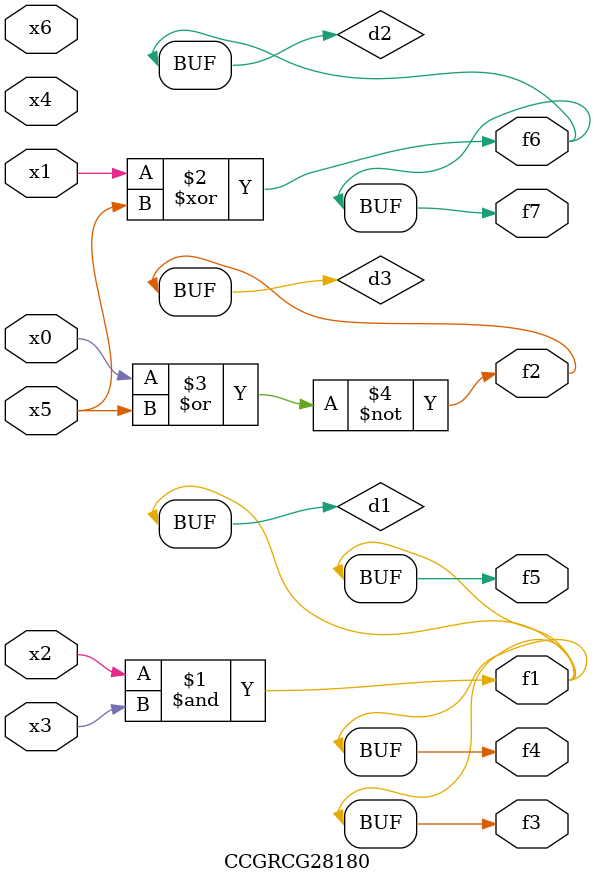
<source format=v>
module CCGRCG28180(
	input x0, x1, x2, x3, x4, x5, x6,
	output f1, f2, f3, f4, f5, f6, f7
);

	wire d1, d2, d3;

	and (d1, x2, x3);
	xor (d2, x1, x5);
	nor (d3, x0, x5);
	assign f1 = d1;
	assign f2 = d3;
	assign f3 = d1;
	assign f4 = d1;
	assign f5 = d1;
	assign f6 = d2;
	assign f7 = d2;
endmodule

</source>
